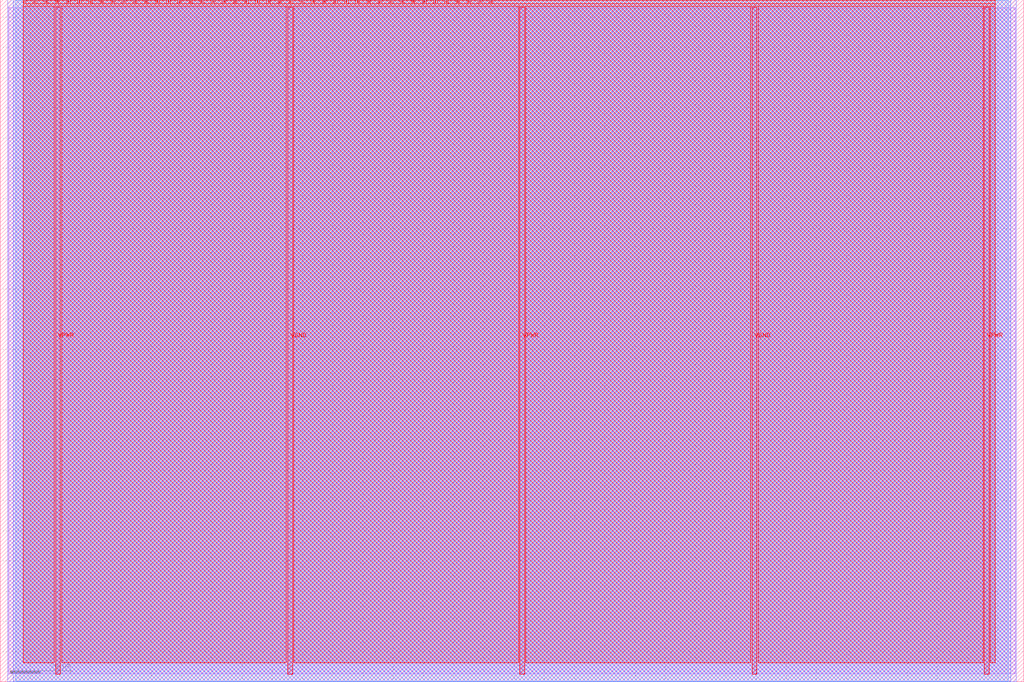
<source format=lef>
VERSION 5.7 ;
  NOWIREEXTENSIONATPIN ON ;
  DIVIDERCHAR "/" ;
  BUSBITCHARS "[]" ;
MACRO tt_um_dandy_dance
  CLASS BLOCK ;
  FOREIGN tt_um_dandy_dance ;
  ORIGIN 0.000 0.000 ;
  SIZE 338.560 BY 225.760 ;
  PIN VGND
    DIRECTION INOUT ;
    USE GROUND ;
    PORT
      LAYER met4 ;
        RECT 95.080 2.480 96.680 223.280 ;
    END
    PORT
      LAYER met4 ;
        RECT 248.680 2.480 250.280 223.280 ;
    END
  END VGND
  PIN VPWR
    DIRECTION INOUT ;
    USE POWER ;
    PORT
      LAYER met4 ;
        RECT 18.280 2.480 19.880 223.280 ;
    END
    PORT
      LAYER met4 ;
        RECT 171.880 2.480 173.480 223.280 ;
    END
    PORT
      LAYER met4 ;
        RECT 325.480 2.480 327.080 223.280 ;
    END
  END VPWR
  PIN clk
    DIRECTION INPUT ;
    USE SIGNAL ;
    ANTENNAGATEAREA 0.852000 ;
    PORT
      LAYER met4 ;
        RECT 158.550 224.760 158.850 225.760 ;
    END
  END clk
  PIN ena
    DIRECTION INPUT ;
    USE SIGNAL ;
    PORT
      LAYER met4 ;
        RECT 162.230 224.760 162.530 225.760 ;
    END
  END ena
  PIN rst_n
    DIRECTION INPUT ;
    USE SIGNAL ;
    ANTENNAGATEAREA 0.213000 ;
    PORT
      LAYER met4 ;
        RECT 154.870 224.760 155.170 225.760 ;
    END
  END rst_n
  PIN ui_in[0]
    DIRECTION INPUT ;
    USE SIGNAL ;
    ANTENNAGATEAREA 0.196500 ;
    PORT
      LAYER met4 ;
        RECT 151.190 224.760 151.490 225.760 ;
    END
  END ui_in[0]
  PIN ui_in[1]
    DIRECTION INPUT ;
    USE SIGNAL ;
    ANTENNAGATEAREA 0.213000 ;
    PORT
      LAYER met4 ;
        RECT 147.510 224.760 147.810 225.760 ;
    END
  END ui_in[1]
  PIN ui_in[2]
    DIRECTION INPUT ;
    USE SIGNAL ;
    ANTENNAGATEAREA 0.196500 ;
    PORT
      LAYER met4 ;
        RECT 143.830 224.760 144.130 225.760 ;
    END
  END ui_in[2]
  PIN ui_in[3]
    DIRECTION INPUT ;
    USE SIGNAL ;
    ANTENNAGATEAREA 0.196500 ;
    PORT
      LAYER met4 ;
        RECT 140.150 224.760 140.450 225.760 ;
    END
  END ui_in[3]
  PIN ui_in[4]
    DIRECTION INPUT ;
    USE SIGNAL ;
    ANTENNAGATEAREA 0.196500 ;
    PORT
      LAYER met4 ;
        RECT 136.470 224.760 136.770 225.760 ;
    END
  END ui_in[4]
  PIN ui_in[5]
    DIRECTION INPUT ;
    USE SIGNAL ;
    ANTENNAGATEAREA 0.196500 ;
    PORT
      LAYER met4 ;
        RECT 132.790 224.760 133.090 225.760 ;
    END
  END ui_in[5]
  PIN ui_in[6]
    DIRECTION INPUT ;
    USE SIGNAL ;
    ANTENNAGATEAREA 0.196500 ;
    PORT
      LAYER met4 ;
        RECT 129.110 224.760 129.410 225.760 ;
    END
  END ui_in[6]
  PIN ui_in[7]
    DIRECTION INPUT ;
    USE SIGNAL ;
    ANTENNAGATEAREA 0.196500 ;
    PORT
      LAYER met4 ;
        RECT 125.430 224.760 125.730 225.760 ;
    END
  END ui_in[7]
  PIN uio_in[0]
    DIRECTION INPUT ;
    USE SIGNAL ;
    PORT
      LAYER met4 ;
        RECT 121.750 224.760 122.050 225.760 ;
    END
  END uio_in[0]
  PIN uio_in[1]
    DIRECTION INPUT ;
    USE SIGNAL ;
    PORT
      LAYER met4 ;
        RECT 118.070 224.760 118.370 225.760 ;
    END
  END uio_in[1]
  PIN uio_in[2]
    DIRECTION INPUT ;
    USE SIGNAL ;
    PORT
      LAYER met4 ;
        RECT 114.390 224.760 114.690 225.760 ;
    END
  END uio_in[2]
  PIN uio_in[3]
    DIRECTION INPUT ;
    USE SIGNAL ;
    PORT
      LAYER met4 ;
        RECT 110.710 224.760 111.010 225.760 ;
    END
  END uio_in[3]
  PIN uio_in[4]
    DIRECTION INPUT ;
    USE SIGNAL ;
    PORT
      LAYER met4 ;
        RECT 107.030 224.760 107.330 225.760 ;
    END
  END uio_in[4]
  PIN uio_in[5]
    DIRECTION INPUT ;
    USE SIGNAL ;
    PORT
      LAYER met4 ;
        RECT 103.350 224.760 103.650 225.760 ;
    END
  END uio_in[5]
  PIN uio_in[6]
    DIRECTION INPUT ;
    USE SIGNAL ;
    PORT
      LAYER met4 ;
        RECT 99.670 224.760 99.970 225.760 ;
    END
  END uio_in[6]
  PIN uio_in[7]
    DIRECTION INPUT ;
    USE SIGNAL ;
    PORT
      LAYER met4 ;
        RECT 95.990 224.760 96.290 225.760 ;
    END
  END uio_in[7]
  PIN uio_oe[0]
    DIRECTION OUTPUT TRISTATE ;
    USE SIGNAL ;
    PORT
      LAYER met4 ;
        RECT 33.430 224.760 33.730 225.760 ;
    END
  END uio_oe[0]
  PIN uio_oe[1]
    DIRECTION OUTPUT TRISTATE ;
    USE SIGNAL ;
    PORT
      LAYER met4 ;
        RECT 29.750 224.760 30.050 225.760 ;
    END
  END uio_oe[1]
  PIN uio_oe[2]
    DIRECTION OUTPUT TRISTATE ;
    USE SIGNAL ;
    PORT
      LAYER met4 ;
        RECT 26.070 224.760 26.370 225.760 ;
    END
  END uio_oe[2]
  PIN uio_oe[3]
    DIRECTION OUTPUT TRISTATE ;
    USE SIGNAL ;
    PORT
      LAYER met4 ;
        RECT 22.390 224.760 22.690 225.760 ;
    END
  END uio_oe[3]
  PIN uio_oe[4]
    DIRECTION OUTPUT TRISTATE ;
    USE SIGNAL ;
    PORT
      LAYER met4 ;
        RECT 18.710 224.760 19.010 225.760 ;
    END
  END uio_oe[4]
  PIN uio_oe[5]
    DIRECTION OUTPUT TRISTATE ;
    USE SIGNAL ;
    PORT
      LAYER met4 ;
        RECT 15.030 224.760 15.330 225.760 ;
    END
  END uio_oe[5]
  PIN uio_oe[6]
    DIRECTION OUTPUT TRISTATE ;
    USE SIGNAL ;
    PORT
      LAYER met4 ;
        RECT 11.350 224.760 11.650 225.760 ;
    END
  END uio_oe[6]
  PIN uio_oe[7]
    DIRECTION OUTPUT TRISTATE ;
    USE SIGNAL ;
    PORT
      LAYER met4 ;
        RECT 7.670 224.760 7.970 225.760 ;
    END
  END uio_oe[7]
  PIN uio_out[0]
    DIRECTION OUTPUT TRISTATE ;
    USE SIGNAL ;
    ANTENNAGATEAREA 0.126000 ;
    ANTENNADIFFAREA 0.445500 ;
    PORT
      LAYER met4 ;
        RECT 62.870 224.760 63.170 225.760 ;
    END
  END uio_out[0]
  PIN uio_out[1]
    DIRECTION OUTPUT TRISTATE ;
    USE SIGNAL ;
    ANTENNAGATEAREA 0.126000 ;
    ANTENNADIFFAREA 0.891000 ;
    PORT
      LAYER met4 ;
        RECT 59.190 224.760 59.490 225.760 ;
    END
  END uio_out[1]
  PIN uio_out[2]
    DIRECTION OUTPUT TRISTATE ;
    USE SIGNAL ;
    ANTENNAGATEAREA 0.126000 ;
    ANTENNADIFFAREA 0.891000 ;
    PORT
      LAYER met4 ;
        RECT 55.510 224.760 55.810 225.760 ;
    END
  END uio_out[2]
  PIN uio_out[3]
    DIRECTION OUTPUT TRISTATE ;
    USE SIGNAL ;
    ANTENNAGATEAREA 0.126000 ;
    ANTENNADIFFAREA 0.445500 ;
    PORT
      LAYER met4 ;
        RECT 51.830 224.760 52.130 225.760 ;
    END
  END uio_out[3]
  PIN uio_out[4]
    DIRECTION OUTPUT TRISTATE ;
    USE SIGNAL ;
    ANTENNAGATEAREA 0.126000 ;
    ANTENNADIFFAREA 0.445500 ;
    PORT
      LAYER met4 ;
        RECT 48.150 224.760 48.450 225.760 ;
    END
  END uio_out[4]
  PIN uio_out[5]
    DIRECTION OUTPUT TRISTATE ;
    USE SIGNAL ;
    ANTENNAGATEAREA 0.126000 ;
    ANTENNADIFFAREA 0.445500 ;
    PORT
      LAYER met4 ;
        RECT 44.470 224.760 44.770 225.760 ;
    END
  END uio_out[5]
  PIN uio_out[6]
    DIRECTION OUTPUT TRISTATE ;
    USE SIGNAL ;
    ANTENNAGATEAREA 0.126000 ;
    ANTENNADIFFAREA 0.891000 ;
    PORT
      LAYER met4 ;
        RECT 40.790 224.760 41.090 225.760 ;
    END
  END uio_out[6]
  PIN uio_out[7]
    DIRECTION OUTPUT TRISTATE ;
    USE SIGNAL ;
    ANTENNAGATEAREA 0.126000 ;
    ANTENNADIFFAREA 0.891000 ;
    PORT
      LAYER met4 ;
        RECT 37.110 224.760 37.410 225.760 ;
    END
  END uio_out[7]
  PIN uo_out[0]
    DIRECTION OUTPUT TRISTATE ;
    USE SIGNAL ;
    ANTENNAGATEAREA 0.126000 ;
    ANTENNADIFFAREA 0.891000 ;
    PORT
      LAYER met4 ;
        RECT 92.310 224.760 92.610 225.760 ;
    END
  END uo_out[0]
  PIN uo_out[1]
    DIRECTION OUTPUT TRISTATE ;
    USE SIGNAL ;
    ANTENNAGATEAREA 0.126000 ;
    ANTENNADIFFAREA 0.891000 ;
    PORT
      LAYER met4 ;
        RECT 88.630 224.760 88.930 225.760 ;
    END
  END uo_out[1]
  PIN uo_out[2]
    DIRECTION OUTPUT TRISTATE ;
    USE SIGNAL ;
    ANTENNAGATEAREA 0.126000 ;
    ANTENNADIFFAREA 0.891000 ;
    PORT
      LAYER met4 ;
        RECT 84.950 224.760 85.250 225.760 ;
    END
  END uo_out[2]
  PIN uo_out[3]
    DIRECTION OUTPUT TRISTATE ;
    USE SIGNAL ;
    ANTENNAGATEAREA 0.126000 ;
    ANTENNADIFFAREA 0.891000 ;
    PORT
      LAYER met4 ;
        RECT 81.270 224.760 81.570 225.760 ;
    END
  END uo_out[3]
  PIN uo_out[4]
    DIRECTION OUTPUT TRISTATE ;
    USE SIGNAL ;
    ANTENNAGATEAREA 0.126000 ;
    ANTENNADIFFAREA 0.891000 ;
    PORT
      LAYER met4 ;
        RECT 77.590 224.760 77.890 225.760 ;
    END
  END uo_out[4]
  PIN uo_out[5]
    DIRECTION OUTPUT TRISTATE ;
    USE SIGNAL ;
    ANTENNAGATEAREA 0.126000 ;
    ANTENNADIFFAREA 0.891000 ;
    PORT
      LAYER met4 ;
        RECT 73.910 224.760 74.210 225.760 ;
    END
  END uo_out[5]
  PIN uo_out[6]
    DIRECTION OUTPUT TRISTATE ;
    USE SIGNAL ;
    ANTENNAGATEAREA 0.126000 ;
    ANTENNADIFFAREA 0.891000 ;
    PORT
      LAYER met4 ;
        RECT 70.230 224.760 70.530 225.760 ;
    END
  END uo_out[6]
  PIN uo_out[7]
    DIRECTION OUTPUT TRISTATE ;
    USE SIGNAL ;
    ANTENNAGATEAREA 0.126000 ;
    ANTENNADIFFAREA 0.891000 ;
    PORT
      LAYER met4 ;
        RECT 66.550 224.760 66.850 225.760 ;
    END
  END uo_out[7]
  OBS
      LAYER li1 ;
        RECT 2.760 2.635 335.800 223.125 ;
      LAYER met1 ;
        RECT 2.460 0.040 336.100 225.720 ;
      LAYER met2 ;
        RECT 4.240 0.010 334.320 225.750 ;
      LAYER met3 ;
        RECT 5.125 0.175 333.435 225.585 ;
      LAYER met4 ;
        RECT 8.370 224.360 10.950 225.585 ;
        RECT 12.050 224.360 14.630 225.585 ;
        RECT 15.730 224.360 18.310 225.585 ;
        RECT 19.410 224.360 21.990 225.585 ;
        RECT 23.090 224.360 25.670 225.585 ;
        RECT 26.770 224.360 29.350 225.585 ;
        RECT 30.450 224.360 33.030 225.585 ;
        RECT 34.130 224.360 36.710 225.585 ;
        RECT 37.810 224.360 40.390 225.585 ;
        RECT 41.490 224.360 44.070 225.585 ;
        RECT 45.170 224.360 47.750 225.585 ;
        RECT 48.850 224.360 51.430 225.585 ;
        RECT 52.530 224.360 55.110 225.585 ;
        RECT 56.210 224.360 58.790 225.585 ;
        RECT 59.890 224.360 62.470 225.585 ;
        RECT 63.570 224.360 66.150 225.585 ;
        RECT 67.250 224.360 69.830 225.585 ;
        RECT 70.930 224.360 73.510 225.585 ;
        RECT 74.610 224.360 77.190 225.585 ;
        RECT 78.290 224.360 80.870 225.585 ;
        RECT 81.970 224.360 84.550 225.585 ;
        RECT 85.650 224.360 88.230 225.585 ;
        RECT 89.330 224.360 91.910 225.585 ;
        RECT 93.010 224.360 95.590 225.585 ;
        RECT 96.690 224.360 99.270 225.585 ;
        RECT 100.370 224.360 102.950 225.585 ;
        RECT 104.050 224.360 106.630 225.585 ;
        RECT 107.730 224.360 110.310 225.585 ;
        RECT 111.410 224.360 113.990 225.585 ;
        RECT 115.090 224.360 117.670 225.585 ;
        RECT 118.770 224.360 121.350 225.585 ;
        RECT 122.450 224.360 125.030 225.585 ;
        RECT 126.130 224.360 128.710 225.585 ;
        RECT 129.810 224.360 132.390 225.585 ;
        RECT 133.490 224.360 136.070 225.585 ;
        RECT 137.170 224.360 139.750 225.585 ;
        RECT 140.850 224.360 143.430 225.585 ;
        RECT 144.530 224.360 147.110 225.585 ;
        RECT 148.210 224.360 150.790 225.585 ;
        RECT 151.890 224.360 154.470 225.585 ;
        RECT 155.570 224.360 158.150 225.585 ;
        RECT 159.250 224.360 161.830 225.585 ;
        RECT 162.930 224.360 329.065 225.585 ;
        RECT 7.655 223.680 329.065 224.360 ;
        RECT 7.655 6.295 17.880 223.680 ;
        RECT 20.280 6.295 94.680 223.680 ;
        RECT 97.080 6.295 171.480 223.680 ;
        RECT 173.880 6.295 248.280 223.680 ;
        RECT 250.680 6.295 325.080 223.680 ;
        RECT 327.480 6.295 329.065 223.680 ;
  END
END tt_um_dandy_dance
END LIBRARY


</source>
